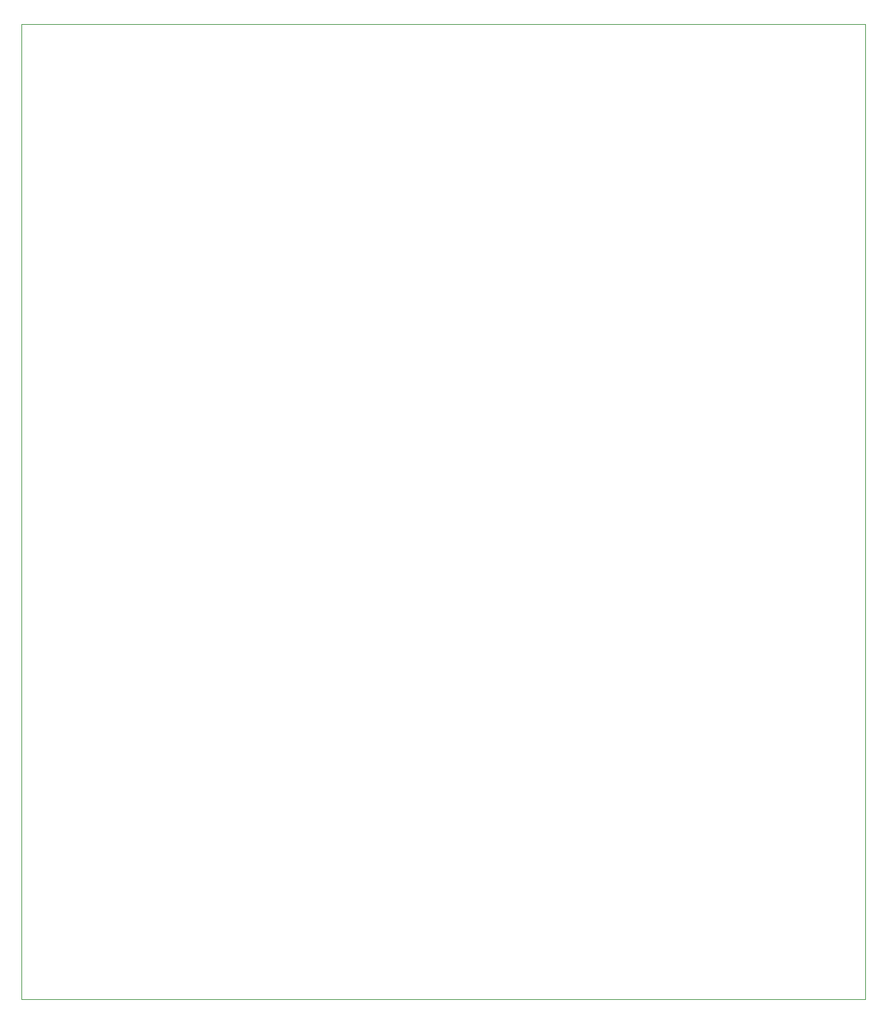
<source format=gm1>
G04 #@! TF.GenerationSoftware,KiCad,Pcbnew,8.0.5*
G04 #@! TF.CreationDate,2024-12-11T17:18:15+01:00*
G04 #@! TF.ProjectId,12VSupport,31325653-7570-4706-9f72-742e6b696361,1.0*
G04 #@! TF.SameCoordinates,Original*
G04 #@! TF.FileFunction,Profile,NP*
%FSLAX46Y46*%
G04 Gerber Fmt 4.6, Leading zero omitted, Abs format (unit mm)*
G04 Created by KiCad (PCBNEW 8.0.5) date 2024-12-11 17:18:15*
%MOMM*%
%LPD*%
G01*
G04 APERTURE LIST*
G04 #@! TA.AperFunction,Profile*
%ADD10C,0.050000*%
G04 #@! TD*
G04 APERTURE END LIST*
D10*
X41910000Y-41910000D02*
X41910000Y-165100000D01*
X148590000Y-41910000D02*
X41910000Y-41910000D01*
X148590000Y-41910000D02*
X148590000Y-165100000D01*
X148590000Y-165100000D02*
X41910000Y-165100000D01*
M02*

</source>
